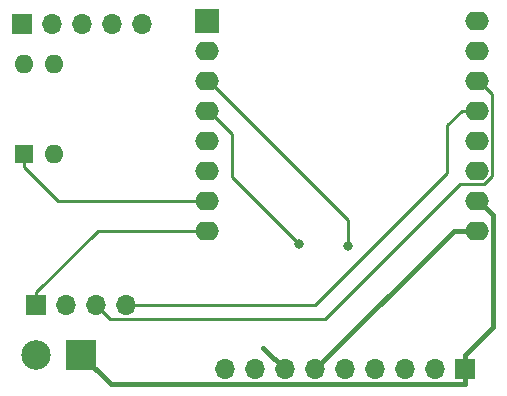
<source format=gbr>
G04 #@! TF.GenerationSoftware,KiCad,Pcbnew,5.1.2*
G04 #@! TF.CreationDate,2019-05-06T20:04:11+02:00*
G04 #@! TF.ProjectId,controlboard,636f6e74-726f-46c6-926f-6172642e6b69,rev?*
G04 #@! TF.SameCoordinates,Original*
G04 #@! TF.FileFunction,Copper,L2,Bot*
G04 #@! TF.FilePolarity,Positive*
%FSLAX46Y46*%
G04 Gerber Fmt 4.6, Leading zero omitted, Abs format (unit mm)*
G04 Created by KiCad (PCBNEW 5.1.2) date 2019-05-06 20:04:11*
%MOMM*%
%LPD*%
G04 APERTURE LIST*
%ADD10R,1.700000X1.700000*%
%ADD11O,1.700000X1.700000*%
%ADD12O,2.000000X1.600000*%
%ADD13R,2.000000X2.000000*%
%ADD14R,1.600000X1.600000*%
%ADD15O,1.600000X1.600000*%
%ADD16R,2.499360X2.499360*%
%ADD17C,2.499360*%
%ADD18C,0.800000*%
%ADD19C,0.400000*%
%ADD20C,0.250000*%
G04 APERTURE END LIST*
D10*
X66200000Y-53800000D03*
D11*
X68740000Y-53800000D03*
X71280000Y-53800000D03*
X73820000Y-53800000D03*
D10*
X65000000Y-30000000D03*
D11*
X67540000Y-30000000D03*
X70080000Y-30000000D03*
X72620000Y-30000000D03*
X75160000Y-30000000D03*
D10*
X102500000Y-59250000D03*
D11*
X99960000Y-59250000D03*
X97420000Y-59250000D03*
X94880000Y-59250000D03*
X92340000Y-59250000D03*
X89800000Y-59250000D03*
X87260000Y-59250000D03*
X84720000Y-59250000D03*
X82180000Y-59250000D03*
D12*
X80615001Y-32275001D03*
D13*
X80615001Y-29735001D03*
D12*
X80615001Y-34815001D03*
X80615001Y-37355001D03*
X80615001Y-39895001D03*
X80615001Y-42435001D03*
X80615001Y-44975001D03*
X80615001Y-47515001D03*
X103475001Y-47515001D03*
X103475001Y-44975001D03*
X103475001Y-42435001D03*
X103475001Y-39895001D03*
X103475001Y-37355001D03*
X103475001Y-34815001D03*
X103475001Y-32275001D03*
X103475001Y-29735001D03*
D14*
X65151000Y-41021000D03*
D15*
X67691000Y-33401000D03*
X67691000Y-41021000D03*
X65151000Y-33401000D03*
D16*
X70000000Y-58000000D03*
D17*
X66190000Y-58000000D03*
D18*
X92600000Y-48800000D03*
X88400000Y-48600000D03*
D19*
X85420000Y-57410000D02*
X87260000Y-59250000D01*
X72500001Y-60500001D02*
X70000000Y-58000000D01*
X102499999Y-60500001D02*
X72500001Y-60500001D01*
X102500000Y-59250000D02*
X102499999Y-60500001D01*
X102500000Y-58000000D02*
X102500000Y-59250000D01*
X103675001Y-44975001D02*
X104875011Y-46175011D01*
X104875011Y-55624989D02*
X102500000Y-58000000D01*
X104875011Y-46175011D02*
X104875011Y-55624989D01*
X103475001Y-44975001D02*
X103675001Y-44975001D01*
X101534999Y-47515001D02*
X89800000Y-59250000D01*
X103475001Y-47515001D02*
X101534999Y-47515001D01*
D20*
X79365001Y-47515001D02*
X80615001Y-47515001D01*
X71384999Y-47515001D02*
X79365001Y-47515001D01*
X66200000Y-52700000D02*
X71384999Y-47515001D01*
X66200000Y-53800000D02*
X66200000Y-52700000D01*
X103275001Y-34815001D02*
X103475001Y-34815001D01*
X104800011Y-35940011D02*
X103675001Y-34815001D01*
X103675001Y-34815001D02*
X103475001Y-34815001D01*
X104140995Y-43560011D02*
X104800011Y-42900995D01*
X104800011Y-42900995D02*
X104800011Y-35940011D01*
X71280000Y-53800000D02*
X72455001Y-54975001D01*
X72455001Y-54975001D02*
X90624999Y-54975001D01*
X102039989Y-43560011D02*
X104140995Y-43560011D01*
X90624999Y-54975001D02*
X102039989Y-43560011D01*
X103275001Y-37355001D02*
X103475001Y-37355001D01*
X102225001Y-37355001D02*
X101000000Y-38580002D01*
X103475001Y-37355001D02*
X102225001Y-37355001D01*
X101000000Y-38580002D02*
X101000000Y-42600000D01*
X89800000Y-53800000D02*
X73820000Y-53800000D01*
X101000000Y-42600000D02*
X89800000Y-53800000D01*
X80815001Y-34815001D02*
X80615001Y-34815001D01*
X92600000Y-46600000D02*
X80815001Y-34815001D01*
X92600000Y-48800000D02*
X92600000Y-46600000D01*
X82800000Y-39340000D02*
X80815001Y-37355001D01*
X80815001Y-37355001D02*
X80615001Y-37355001D01*
X82800000Y-43000000D02*
X82800000Y-39340000D01*
X88400000Y-48600000D02*
X82800000Y-43000000D01*
X68055001Y-44975001D02*
X70629001Y-44975001D01*
X65151000Y-42071000D02*
X68055001Y-44975001D01*
X65151000Y-41021000D02*
X65151000Y-42071000D01*
X80615001Y-44975001D02*
X70629001Y-44975001D01*
X70629001Y-44975001D02*
X69325001Y-44975001D01*
M02*

</source>
